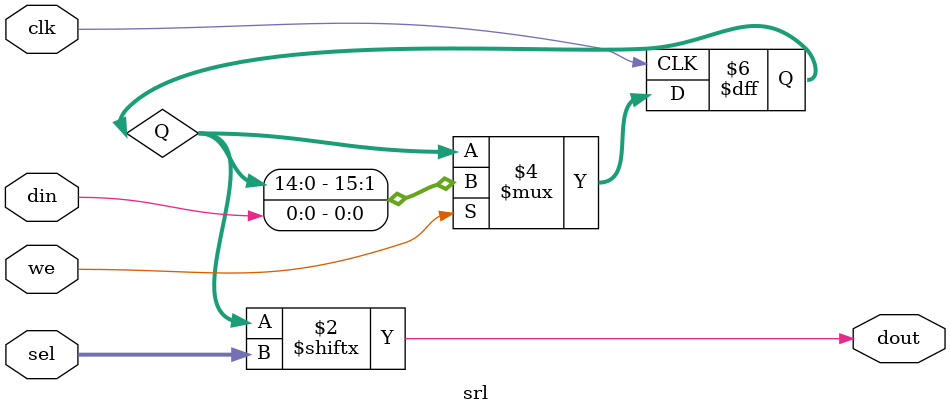
<source format=v>
`timescale 1ns / 1ps
module srl(input clk,
   input we, // write ebable
   input [select_width-1 : 0] sel,// 
   input din, // input data
   output dout // output data
    );
    
   parameter select_width = 4;
   reg [(2**select_width)-1 : 0] Q = {2**select_width{1'b0}}; // shift register

  always @(posedge clk) begin
    if (we)
      Q<= {Q[2**select_width-2:0], din};
  end
  
  assign dout = Q[sel];
					
endmodule

</source>
